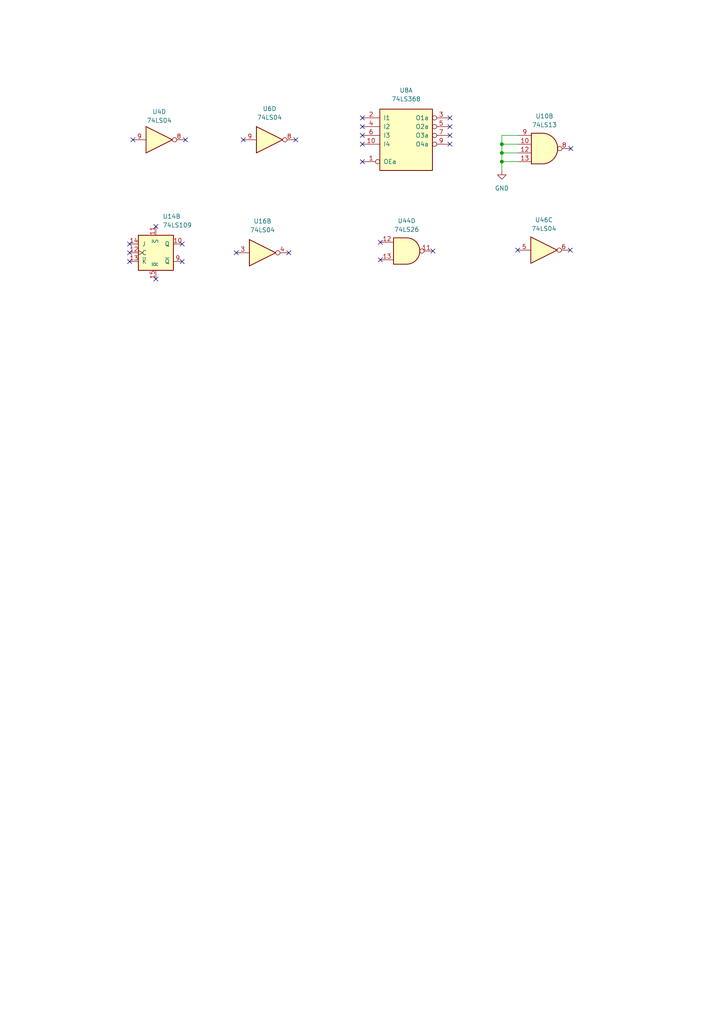
<source format=kicad_sch>
(kicad_sch (version 20230121) (generator eeschema)

  (uuid b46cd2f2-2f6c-4842-bc6d-0e2b94293a43)

  (paper "A4" portrait)

  (title_block
    (title "MTU K-1008 Visable Memory card replica")
    (comment 1 "Original 9/4/77 Hal Chamberlin")
    (comment 4 "KiCad version and corrections 2023 Eduardo Casino")
  )

  (lib_symbols
    (symbol "74xx:74LS04" (in_bom yes) (on_board yes)
      (property "Reference" "U" (at 0 1.27 0)
        (effects (font (size 1.27 1.27)))
      )
      (property "Value" "74LS04" (at 0 -1.27 0)
        (effects (font (size 1.27 1.27)))
      )
      (property "Footprint" "" (at 0 0 0)
        (effects (font (size 1.27 1.27)) hide)
      )
      (property "Datasheet" "http://www.ti.com/lit/gpn/sn74LS04" (at 0 0 0)
        (effects (font (size 1.27 1.27)) hide)
      )
      (property "ki_locked" "" (at 0 0 0)
        (effects (font (size 1.27 1.27)))
      )
      (property "ki_keywords" "TTL not inv" (at 0 0 0)
        (effects (font (size 1.27 1.27)) hide)
      )
      (property "ki_description" "Hex Inverter" (at 0 0 0)
        (effects (font (size 1.27 1.27)) hide)
      )
      (property "ki_fp_filters" "DIP*W7.62mm* SSOP?14* TSSOP?14*" (at 0 0 0)
        (effects (font (size 1.27 1.27)) hide)
      )
      (symbol "74LS04_1_0"
        (polyline
          (pts
            (xy -3.81 3.81)
            (xy -3.81 -3.81)
            (xy 3.81 0)
            (xy -3.81 3.81)
          )
          (stroke (width 0.254) (type default))
          (fill (type background))
        )
        (pin input line (at -7.62 0 0) (length 3.81)
          (name "~" (effects (font (size 1.27 1.27))))
          (number "1" (effects (font (size 1.27 1.27))))
        )
        (pin output inverted (at 7.62 0 180) (length 3.81)
          (name "~" (effects (font (size 1.27 1.27))))
          (number "2" (effects (font (size 1.27 1.27))))
        )
      )
      (symbol "74LS04_2_0"
        (polyline
          (pts
            (xy -3.81 3.81)
            (xy -3.81 -3.81)
            (xy 3.81 0)
            (xy -3.81 3.81)
          )
          (stroke (width 0.254) (type default))
          (fill (type background))
        )
        (pin input line (at -7.62 0 0) (length 3.81)
          (name "~" (effects (font (size 1.27 1.27))))
          (number "3" (effects (font (size 1.27 1.27))))
        )
        (pin output inverted (at 7.62 0 180) (length 3.81)
          (name "~" (effects (font (size 1.27 1.27))))
          (number "4" (effects (font (size 1.27 1.27))))
        )
      )
      (symbol "74LS04_3_0"
        (polyline
          (pts
            (xy -3.81 3.81)
            (xy -3.81 -3.81)
            (xy 3.81 0)
            (xy -3.81 3.81)
          )
          (stroke (width 0.254) (type default))
          (fill (type background))
        )
        (pin input line (at -7.62 0 0) (length 3.81)
          (name "~" (effects (font (size 1.27 1.27))))
          (number "5" (effects (font (size 1.27 1.27))))
        )
        (pin output inverted (at 7.62 0 180) (length 3.81)
          (name "~" (effects (font (size 1.27 1.27))))
          (number "6" (effects (font (size 1.27 1.27))))
        )
      )
      (symbol "74LS04_4_0"
        (polyline
          (pts
            (xy -3.81 3.81)
            (xy -3.81 -3.81)
            (xy 3.81 0)
            (xy -3.81 3.81)
          )
          (stroke (width 0.254) (type default))
          (fill (type background))
        )
        (pin output inverted (at 7.62 0 180) (length 3.81)
          (name "~" (effects (font (size 1.27 1.27))))
          (number "8" (effects (font (size 1.27 1.27))))
        )
        (pin input line (at -7.62 0 0) (length 3.81)
          (name "~" (effects (font (size 1.27 1.27))))
          (number "9" (effects (font (size 1.27 1.27))))
        )
      )
      (symbol "74LS04_5_0"
        (polyline
          (pts
            (xy -3.81 3.81)
            (xy -3.81 -3.81)
            (xy 3.81 0)
            (xy -3.81 3.81)
          )
          (stroke (width 0.254) (type default))
          (fill (type background))
        )
        (pin output inverted (at 7.62 0 180) (length 3.81)
          (name "~" (effects (font (size 1.27 1.27))))
          (number "10" (effects (font (size 1.27 1.27))))
        )
        (pin input line (at -7.62 0 0) (length 3.81)
          (name "~" (effects (font (size 1.27 1.27))))
          (number "11" (effects (font (size 1.27 1.27))))
        )
      )
      (symbol "74LS04_6_0"
        (polyline
          (pts
            (xy -3.81 3.81)
            (xy -3.81 -3.81)
            (xy 3.81 0)
            (xy -3.81 3.81)
          )
          (stroke (width 0.254) (type default))
          (fill (type background))
        )
        (pin output inverted (at 7.62 0 180) (length 3.81)
          (name "~" (effects (font (size 1.27 1.27))))
          (number "12" (effects (font (size 1.27 1.27))))
        )
        (pin input line (at -7.62 0 0) (length 3.81)
          (name "~" (effects (font (size 1.27 1.27))))
          (number "13" (effects (font (size 1.27 1.27))))
        )
      )
      (symbol "74LS04_7_0"
        (pin power_in line (at 0 12.7 270) (length 5.08)
          (name "VCC" (effects (font (size 1.27 1.27))))
          (number "14" (effects (font (size 1.27 1.27))))
        )
        (pin power_in line (at 0 -12.7 90) (length 5.08)
          (name "GND" (effects (font (size 1.27 1.27))))
          (number "7" (effects (font (size 1.27 1.27))))
        )
      )
      (symbol "74LS04_7_1"
        (rectangle (start -5.08 7.62) (end 5.08 -7.62)
          (stroke (width 0.254) (type default))
          (fill (type background))
        )
      )
    )
    (symbol "74xx:74LS109" (pin_names (offset 1.016)) (in_bom yes) (on_board yes)
      (property "Reference" "U" (at -7.62 8.89 0)
        (effects (font (size 1.27 1.27)))
      )
      (property "Value" "74LS109" (at -7.62 -8.89 0)
        (effects (font (size 1.27 1.27)))
      )
      (property "Footprint" "" (at 0 0 0)
        (effects (font (size 1.27 1.27)) hide)
      )
      (property "Datasheet" "http://www.ti.com/lit/gpn/sn74LS109" (at 0 0 0)
        (effects (font (size 1.27 1.27)) hide)
      )
      (property "ki_locked" "" (at 0 0 0)
        (effects (font (size 1.27 1.27)))
      )
      (property "ki_keywords" "TTL JK" (at 0 0 0)
        (effects (font (size 1.27 1.27)) hide)
      )
      (property "ki_description" "Dual JK Flip-Flop, Set & Reset" (at 0 0 0)
        (effects (font (size 1.27 1.27)) hide)
      )
      (property "ki_fp_filters" "DIP*W7.62mm*" (at 0 0 0)
        (effects (font (size 1.27 1.27)) hide)
      )
      (symbol "74LS109_1_0"
        (pin input line (at 0 -7.62 90) (length 2.54)
          (name "~{R}" (effects (font (size 1.27 1.27))))
          (number "1" (effects (font (size 1.27 1.27))))
        )
        (pin input line (at -7.62 2.54 0) (length 2.54)
          (name "J" (effects (font (size 1.27 1.27))))
          (number "2" (effects (font (size 1.27 1.27))))
        )
        (pin input line (at -7.62 -2.54 0) (length 2.54)
          (name "~{K}" (effects (font (size 1.27 1.27))))
          (number "3" (effects (font (size 1.27 1.27))))
        )
        (pin input clock (at -7.62 0 0) (length 2.54)
          (name "C" (effects (font (size 1.27 1.27))))
          (number "4" (effects (font (size 1.27 1.27))))
        )
        (pin input line (at 0 7.62 270) (length 2.54)
          (name "~{S}" (effects (font (size 1.27 1.27))))
          (number "5" (effects (font (size 1.27 1.27))))
        )
        (pin output line (at 7.62 2.54 180) (length 2.54)
          (name "Q" (effects (font (size 1.27 1.27))))
          (number "6" (effects (font (size 1.27 1.27))))
        )
        (pin output line (at 7.62 -2.54 180) (length 2.54)
          (name "~{Q}" (effects (font (size 1.27 1.27))))
          (number "7" (effects (font (size 1.27 1.27))))
        )
      )
      (symbol "74LS109_1_1"
        (rectangle (start -5.08 5.08) (end 5.08 -5.08)
          (stroke (width 0.254) (type default))
          (fill (type background))
        )
      )
      (symbol "74LS109_2_0"
        (pin output line (at 7.62 2.54 180) (length 2.54)
          (name "Q" (effects (font (size 1.27 1.27))))
          (number "10" (effects (font (size 1.27 1.27))))
        )
        (pin input line (at 0 7.62 270) (length 2.54)
          (name "~{S}" (effects (font (size 1.27 1.27))))
          (number "11" (effects (font (size 1.27 1.27))))
        )
        (pin input clock (at -7.62 0 0) (length 2.54)
          (name "C" (effects (font (size 1.27 1.27))))
          (number "12" (effects (font (size 1.27 1.27))))
        )
        (pin input line (at -7.62 -2.54 0) (length 2.54)
          (name "~{K}" (effects (font (size 1.27 1.27))))
          (number "13" (effects (font (size 1.27 1.27))))
        )
        (pin input line (at -7.62 2.54 0) (length 2.54)
          (name "J" (effects (font (size 1.27 1.27))))
          (number "14" (effects (font (size 1.27 1.27))))
        )
        (pin input line (at 0 -7.62 90) (length 2.54)
          (name "~{R}" (effects (font (size 1.27 1.27))))
          (number "15" (effects (font (size 1.27 1.27))))
        )
        (pin output line (at 7.62 -2.54 180) (length 2.54)
          (name "~{Q}" (effects (font (size 1.27 1.27))))
          (number "9" (effects (font (size 1.27 1.27))))
        )
      )
      (symbol "74LS109_2_1"
        (rectangle (start -5.08 5.08) (end 5.08 -5.08)
          (stroke (width 0.254) (type default))
          (fill (type background))
        )
      )
      (symbol "74LS109_3_0"
        (pin power_in line (at 0 10.16 270) (length 2.54)
          (name "VCC" (effects (font (size 1.27 1.27))))
          (number "16" (effects (font (size 1.27 1.27))))
        )
        (pin power_in line (at 0 -10.16 90) (length 2.54)
          (name "GND" (effects (font (size 1.27 1.27))))
          (number "8" (effects (font (size 1.27 1.27))))
        )
      )
      (symbol "74LS109_3_1"
        (rectangle (start -5.08 7.62) (end 5.08 -7.62)
          (stroke (width 0.254) (type default))
          (fill (type background))
        )
      )
    )
    (symbol "74xx:74LS26" (pin_names (offset 1.016)) (in_bom yes) (on_board yes)
      (property "Reference" "U" (at 0 1.27 0)
        (effects (font (size 1.27 1.27)))
      )
      (property "Value" "74LS26" (at 0 -1.27 0)
        (effects (font (size 1.27 1.27)))
      )
      (property "Footprint" "" (at 0 0 0)
        (effects (font (size 1.27 1.27)) hide)
      )
      (property "Datasheet" "http://www.ti.com/lit/gpn/sn74LS26" (at 0 0 0)
        (effects (font (size 1.27 1.27)) hide)
      )
      (property "ki_locked" "" (at 0 0 0)
        (effects (font (size 1.27 1.27)))
      )
      (property "ki_keywords" "TTL Nand2 OpenCol" (at 0 0 0)
        (effects (font (size 1.27 1.27)) hide)
      )
      (property "ki_description" "Quad 2-input NAND Open collector" (at 0 0 0)
        (effects (font (size 1.27 1.27)) hide)
      )
      (property "ki_fp_filters" "DIP*W7.62mm*" (at 0 0 0)
        (effects (font (size 1.27 1.27)) hide)
      )
      (symbol "74LS26_1_1"
        (arc (start 0 -3.81) (mid 3.7934 0) (end 0 3.81)
          (stroke (width 0.254) (type default))
          (fill (type background))
        )
        (polyline
          (pts
            (xy 0 3.81)
            (xy -3.81 3.81)
            (xy -3.81 -3.81)
            (xy 0 -3.81)
          )
          (stroke (width 0.254) (type default))
          (fill (type background))
        )
        (pin input line (at -7.62 2.54 0) (length 3.81)
          (name "~" (effects (font (size 1.27 1.27))))
          (number "1" (effects (font (size 1.27 1.27))))
        )
        (pin input line (at -7.62 -2.54 0) (length 3.81)
          (name "~" (effects (font (size 1.27 1.27))))
          (number "2" (effects (font (size 1.27 1.27))))
        )
        (pin open_collector inverted (at 7.62 0 180) (length 3.81)
          (name "~" (effects (font (size 1.27 1.27))))
          (number "3" (effects (font (size 1.27 1.27))))
        )
      )
      (symbol "74LS26_1_2"
        (arc (start -3.81 -3.81) (mid -2.589 0) (end -3.81 3.81)
          (stroke (width 0.254) (type default))
          (fill (type none))
        )
        (arc (start -0.6096 -3.81) (mid 2.1842 -2.5851) (end 3.81 0)
          (stroke (width 0.254) (type default))
          (fill (type background))
        )
        (polyline
          (pts
            (xy -3.81 -3.81)
            (xy -0.635 -3.81)
          )
          (stroke (width 0.254) (type default))
          (fill (type background))
        )
        (polyline
          (pts
            (xy -3.81 3.81)
            (xy -0.635 3.81)
          )
          (stroke (width 0.254) (type default))
          (fill (type background))
        )
        (polyline
          (pts
            (xy -0.635 3.81)
            (xy -3.81 3.81)
            (xy -3.81 3.81)
            (xy -3.556 3.4036)
            (xy -3.0226 2.2606)
            (xy -2.6924 1.0414)
            (xy -2.6162 -0.254)
            (xy -2.7686 -1.4986)
            (xy -3.175 -2.7178)
            (xy -3.81 -3.81)
            (xy -3.81 -3.81)
            (xy -0.635 -3.81)
          )
          (stroke (width -25.4) (type default))
          (fill (type background))
        )
        (arc (start 3.81 0) (mid 2.1915 2.5936) (end -0.6096 3.81)
          (stroke (width 0.254) (type default))
          (fill (type background))
        )
        (pin input inverted (at -7.62 2.54 0) (length 4.318)
          (name "~" (effects (font (size 1.27 1.27))))
          (number "1" (effects (font (size 1.27 1.27))))
        )
        (pin input inverted (at -7.62 -2.54 0) (length 4.318)
          (name "~" (effects (font (size 1.27 1.27))))
          (number "2" (effects (font (size 1.27 1.27))))
        )
        (pin open_collector line (at 7.62 0 180) (length 3.81)
          (name "~" (effects (font (size 1.27 1.27))))
          (number "3" (effects (font (size 1.27 1.27))))
        )
      )
      (symbol "74LS26_2_1"
        (arc (start 0 -3.81) (mid 3.7934 0) (end 0 3.81)
          (stroke (width 0.254) (type default))
          (fill (type background))
        )
        (polyline
          (pts
            (xy 0 3.81)
            (xy -3.81 3.81)
            (xy -3.81 -3.81)
            (xy 0 -3.81)
          )
          (stroke (width 0.254) (type default))
          (fill (type background))
        )
        (pin input line (at -7.62 2.54 0) (length 3.81)
          (name "~" (effects (font (size 1.27 1.27))))
          (number "4" (effects (font (size 1.27 1.27))))
        )
        (pin input line (at -7.62 -2.54 0) (length 3.81)
          (name "~" (effects (font (size 1.27 1.27))))
          (number "5" (effects (font (size 1.27 1.27))))
        )
        (pin open_collector inverted (at 7.62 0 180) (length 3.81)
          (name "~" (effects (font (size 1.27 1.27))))
          (number "6" (effects (font (size 1.27 1.27))))
        )
      )
      (symbol "74LS26_2_2"
        (arc (start -3.81 -3.81) (mid -2.589 0) (end -3.81 3.81)
          (stroke (width 0.254) (type default))
          (fill (type none))
        )
        (arc (start -0.6096 -3.81) (mid 2.1842 -2.5851) (end 3.81 0)
          (stroke (width 0.254) (type default))
          (fill (type background))
        )
        (polyline
          (pts
            (xy -3.81 -3.81)
            (xy -0.635 -3.81)
          )
          (stroke (width 0.254) (type default))
          (fill (type background))
        )
        (polyline
          (pts
            (xy -3.81 3.81)
            (xy -0.635 3.81)
          )
          (stroke (width 0.254) (type default))
          (fill (type background))
        )
        (polyline
          (pts
            (xy -0.635 3.81)
            (xy -3.81 3.81)
            (xy -3.81 3.81)
            (xy -3.556 3.4036)
            (xy -3.0226 2.2606)
            (xy -2.6924 1.0414)
            (xy -2.6162 -0.254)
            (xy -2.7686 -1.4986)
            (xy -3.175 -2.7178)
            (xy -3.81 -3.81)
            (xy -3.81 -3.81)
            (xy -0.635 -3.81)
          )
          (stroke (width -25.4) (type default))
          (fill (type background))
        )
        (arc (start 3.81 0) (mid 2.1915 2.5936) (end -0.6096 3.81)
          (stroke (width 0.254) (type default))
          (fill (type background))
        )
        (pin input inverted (at -7.62 2.54 0) (length 4.318)
          (name "~" (effects (font (size 1.27 1.27))))
          (number "4" (effects (font (size 1.27 1.27))))
        )
        (pin input inverted (at -7.62 -2.54 0) (length 4.318)
          (name "~" (effects (font (size 1.27 1.27))))
          (number "5" (effects (font (size 1.27 1.27))))
        )
        (pin open_collector line (at 7.62 0 180) (length 3.81)
          (name "~" (effects (font (size 1.27 1.27))))
          (number "6" (effects (font (size 1.27 1.27))))
        )
      )
      (symbol "74LS26_3_1"
        (arc (start 0 -3.81) (mid 3.7934 0) (end 0 3.81)
          (stroke (width 0.254) (type default))
          (fill (type background))
        )
        (polyline
          (pts
            (xy 0 3.81)
            (xy -3.81 3.81)
            (xy -3.81 -3.81)
            (xy 0 -3.81)
          )
          (stroke (width 0.254) (type default))
          (fill (type background))
        )
        (pin input line (at -7.62 -2.54 0) (length 3.81)
          (name "~" (effects (font (size 1.27 1.27))))
          (number "10" (effects (font (size 1.27 1.27))))
        )
        (pin open_collector inverted (at 7.62 0 180) (length 3.81)
          (name "~" (effects (font (size 1.27 1.27))))
          (number "8" (effects (font (size 1.27 1.27))))
        )
        (pin input line (at -7.62 2.54 0) (length 3.81)
          (name "~" (effects (font (size 1.27 1.27))))
          (number "9" (effects (font (size 1.27 1.27))))
        )
      )
      (symbol "74LS26_3_2"
        (arc (start -3.81 -3.81) (mid -2.589 0) (end -3.81 3.81)
          (stroke (width 0.254) (type default))
          (fill (type none))
        )
        (arc (start -0.6096 -3.81) (mid 2.1842 -2.5851) (end 3.81 0)
          (stroke (width 0.254) (type default))
          (fill (type background))
        )
        (polyline
          (pts
            (xy -3.81 -3.81)
            (xy -0.635 -3.81)
          )
          (stroke (width 0.254) (type default))
          (fill (type background))
        )
        (polyline
          (pts
            (xy -3.81 3.81)
            (xy -0.635 3.81)
          )
          (stroke (width 0.254) (type default))
          (fill (type background))
        )
        (polyline
          (pts
            (xy -0.635 3.81)
            (xy -3.81 3.81)
            (xy -3.81 3.81)
            (xy -3.556 3.4036)
            (xy -3.0226 2.2606)
            (xy -2.6924 1.0414)
            (xy -2.6162 -0.254)
            (xy -2.7686 -1.4986)
            (xy -3.175 -2.7178)
            (xy -3.81 -3.81)
            (xy -3.81 -3.81)
            (xy -0.635 -3.81)
          )
          (stroke (width -25.4) (type default))
          (fill (type background))
        )
        (arc (start 3.81 0) (mid 2.1915 2.5936) (end -0.6096 3.81)
          (stroke (width 0.254) (type default))
          (fill (type background))
        )
        (pin input inverted (at -7.62 -2.54 0) (length 4.318)
          (name "~" (effects (font (size 1.27 1.27))))
          (number "10" (effects (font (size 1.27 1.27))))
        )
        (pin open_collector line (at 7.62 0 180) (length 3.81)
          (name "~" (effects (font (size 1.27 1.27))))
          (number "8" (effects (font (size 1.27 1.27))))
        )
        (pin input inverted (at -7.62 2.54 0) (length 4.318)
          (name "~" (effects (font (size 1.27 1.27))))
          (number "9" (effects (font (size 1.27 1.27))))
        )
      )
      (symbol "74LS26_4_1"
        (arc (start 0 -3.81) (mid 3.7934 0) (end 0 3.81)
          (stroke (width 0.254) (type default))
          (fill (type background))
        )
        (polyline
          (pts
            (xy 0 3.81)
            (xy -3.81 3.81)
            (xy -3.81 -3.81)
            (xy 0 -3.81)
          )
          (stroke (width 0.254) (type default))
          (fill (type background))
        )
        (pin open_collector inverted (at 7.62 0 180) (length 3.81)
          (name "~" (effects (font (size 1.27 1.27))))
          (number "11" (effects (font (size 1.27 1.27))))
        )
        (pin input line (at -7.62 2.54 0) (length 3.81)
          (name "~" (effects (font (size 1.27 1.27))))
          (number "12" (effects (font (size 1.27 1.27))))
        )
        (pin input line (at -7.62 -2.54 0) (length 3.81)
          (name "~" (effects (font (size 1.27 1.27))))
          (number "13" (effects (font (size 1.27 1.27))))
        )
      )
      (symbol "74LS26_4_2"
        (arc (start -3.81 -3.81) (mid -2.589 0) (end -3.81 3.81)
          (stroke (width 0.254) (type default))
          (fill (type none))
        )
        (arc (start -0.6096 -3.81) (mid 2.1842 -2.5851) (end 3.81 0)
          (stroke (width 0.254) (type default))
          (fill (type background))
        )
        (polyline
          (pts
            (xy -3.81 -3.81)
            (xy -0.635 -3.81)
          )
          (stroke (width 0.254) (type default))
          (fill (type background))
        )
        (polyline
          (pts
            (xy -3.81 3.81)
            (xy -0.635 3.81)
          )
          (stroke (width 0.254) (type default))
          (fill (type background))
        )
        (polyline
          (pts
            (xy -0.635 3.81)
            (xy -3.81 3.81)
            (xy -3.81 3.81)
            (xy -3.556 3.4036)
            (xy -3.0226 2.2606)
            (xy -2.6924 1.0414)
            (xy -2.6162 -0.254)
            (xy -2.7686 -1.4986)
            (xy -3.175 -2.7178)
            (xy -3.81 -3.81)
            (xy -3.81 -3.81)
            (xy -0.635 -3.81)
          )
          (stroke (width -25.4) (type default))
          (fill (type background))
        )
        (arc (start 3.81 0) (mid 2.1915 2.5936) (end -0.6096 3.81)
          (stroke (width 0.254) (type default))
          (fill (type background))
        )
        (pin open_collector line (at 7.62 0 180) (length 3.81)
          (name "~" (effects (font (size 1.27 1.27))))
          (number "11" (effects (font (size 1.27 1.27))))
        )
        (pin input inverted (at -7.62 2.54 0) (length 4.318)
          (name "~" (effects (font (size 1.27 1.27))))
          (number "12" (effects (font (size 1.27 1.27))))
        )
        (pin input inverted (at -7.62 -2.54 0) (length 4.318)
          (name "~" (effects (font (size 1.27 1.27))))
          (number "13" (effects (font (size 1.27 1.27))))
        )
      )
      (symbol "74LS26_5_0"
        (pin power_in line (at 0 12.7 270) (length 5.08)
          (name "VCC" (effects (font (size 1.27 1.27))))
          (number "14" (effects (font (size 1.27 1.27))))
        )
        (pin power_in line (at 0 -12.7 90) (length 5.08)
          (name "GND" (effects (font (size 1.27 1.27))))
          (number "7" (effects (font (size 1.27 1.27))))
        )
      )
      (symbol "74LS26_5_1"
        (rectangle (start -5.08 7.62) (end 5.08 -7.62)
          (stroke (width 0.254) (type default))
          (fill (type background))
        )
      )
    )
    (symbol "K-1008_Library:74LS13" (pin_names (offset 1.016)) (in_bom yes) (on_board yes)
      (property "Reference" "U" (at 0 1.27 0)
        (effects (font (size 1.27 1.27)))
      )
      (property "Value" "74LS13" (at 0 -1.27 0)
        (effects (font (size 1.27 1.27)))
      )
      (property "Footprint" "" (at 0 0 0)
        (effects (font (size 1.27 1.27)) hide)
      )
      (property "Datasheet" "http://www.ti.com/lit/gpn/sn74LS13" (at 0 0 0)
        (effects (font (size 1.27 1.27)) hide)
      )
      (property "ki_locked" "" (at 0 0 0)
        (effects (font (size 1.27 1.27)))
      )
      (property "ki_keywords" "TTL Nand4" (at 0 0 0)
        (effects (font (size 1.27 1.27)) hide)
      )
      (property "ki_description" "Dual 4-input NAND Schmitt trigger" (at 0 0 0)
        (effects (font (size 1.27 1.27)) hide)
      )
      (property "ki_fp_filters" "DIP*W7.62mm*" (at 0 0 0)
        (effects (font (size 1.27 1.27)) hide)
      )
      (symbol "74LS13_1_1"
        (arc (start -0.635 -4.445) (mid 3.7907 0) (end -0.635 4.445)
          (stroke (width 0.254) (type default))
          (fill (type background))
        )
        (polyline
          (pts
            (xy -0.635 4.445)
            (xy -3.81 4.445)
            (xy -3.81 -4.445)
            (xy -0.635 -4.445)
          )
          (stroke (width 0.254) (type default))
          (fill (type background))
        )
        (pin input line (at -7.62 3.81 0) (length 3.81)
          (name "~" (effects (font (size 1.27 1.27))))
          (number "1" (effects (font (size 1.27 1.27))))
        )
        (pin input line (at -7.62 1.27 0) (length 3.81)
          (name "~" (effects (font (size 1.27 1.27))))
          (number "2" (effects (font (size 1.27 1.27))))
        )
        (pin input line (at -7.62 -1.27 0) (length 3.81)
          (name "~" (effects (font (size 1.27 1.27))))
          (number "4" (effects (font (size 1.27 1.27))))
        )
        (pin input line (at -7.62 -3.81 0) (length 3.81)
          (name "~" (effects (font (size 1.27 1.27))))
          (number "5" (effects (font (size 1.27 1.27))))
        )
        (pin output inverted (at 7.62 0 180) (length 3.81)
          (name "~" (effects (font (size 1.27 1.27))))
          (number "6" (effects (font (size 1.27 1.27))))
        )
      )
      (symbol "74LS13_1_2"
        (arc (start -3.81 -4.445) (mid -2.5908 0) (end -3.81 4.445)
          (stroke (width 0.254) (type default))
          (fill (type none))
        )
        (arc (start -0.6096 -4.445) (mid 2.2246 -2.8422) (end 3.81 0)
          (stroke (width 0.254) (type default))
          (fill (type background))
        )
        (polyline
          (pts
            (xy -3.81 -4.445)
            (xy -0.635 -4.445)
          )
          (stroke (width 0.254) (type default))
          (fill (type background))
        )
        (polyline
          (pts
            (xy -3.81 4.445)
            (xy -0.635 4.445)
          )
          (stroke (width 0.254) (type default))
          (fill (type background))
        )
        (polyline
          (pts
            (xy -0.635 4.445)
            (xy -3.81 4.445)
            (xy -3.81 4.445)
            (xy -3.6322 4.0894)
            (xy -3.0988 2.921)
            (xy -2.7686 1.6764)
            (xy -2.6162 0.4318)
            (xy -2.6416 -0.8636)
            (xy -2.8702 -2.1082)
            (xy -3.2512 -3.3274)
            (xy -3.81 -4.445)
            (xy -3.81 -4.445)
            (xy -0.635 -4.445)
          )
          (stroke (width -25.4) (type default))
          (fill (type background))
        )
        (arc (start 3.81 0) (mid 2.2204 2.8379) (end -0.6096 4.445)
          (stroke (width 0.254) (type default))
          (fill (type background))
        )
        (pin input inverted (at -7.62 3.81 0) (length 3.81)
          (name "~" (effects (font (size 1.27 1.27))))
          (number "1" (effects (font (size 1.27 1.27))))
        )
        (pin input inverted (at -7.62 1.27 0) (length 4.826)
          (name "~" (effects (font (size 1.27 1.27))))
          (number "2" (effects (font (size 1.27 1.27))))
        )
        (pin input inverted (at -7.62 -1.27 0) (length 4.826)
          (name "~" (effects (font (size 1.27 1.27))))
          (number "4" (effects (font (size 1.27 1.27))))
        )
        (pin input inverted (at -7.62 -3.81 0) (length 3.81)
          (name "~" (effects (font (size 1.27 1.27))))
          (number "5" (effects (font (size 1.27 1.27))))
        )
        (pin output line (at 7.62 0 180) (length 3.81)
          (name "~" (effects (font (size 1.27 1.27))))
          (number "6" (effects (font (size 1.27 1.27))))
        )
      )
      (symbol "74LS13_2_1"
        (arc (start -0.635 -4.445) (mid 3.7907 0) (end -0.635 4.445)
          (stroke (width 0.254) (type default))
          (fill (type background))
        )
        (polyline
          (pts
            (xy -0.635 4.445)
            (xy -3.81 4.445)
            (xy -3.81 -4.445)
            (xy -0.635 -4.445)
          )
          (stroke (width 0.254) (type default))
          (fill (type background))
        )
        (pin input line (at -7.62 1.27 0) (length 3.81)
          (name "~" (effects (font (size 1.27 1.27))))
          (number "10" (effects (font (size 1.27 1.27))))
        )
        (pin input line (at -7.62 -1.27 0) (length 3.81)
          (name "~" (effects (font (size 1.27 1.27))))
          (number "12" (effects (font (size 1.27 1.27))))
        )
        (pin input line (at -7.62 -3.81 0) (length 3.81)
          (name "~" (effects (font (size 1.27 1.27))))
          (number "13" (effects (font (size 1.27 1.27))))
        )
        (pin output inverted (at 7.62 0 180) (length 3.81)
          (name "~" (effects (font (size 1.27 1.27))))
          (number "8" (effects (font (size 1.27 1.27))))
        )
        (pin input line (at -7.62 3.81 0) (length 3.81)
          (name "~" (effects (font (size 1.27 1.27))))
          (number "9" (effects (font (size 1.27 1.27))))
        )
      )
      (symbol "74LS13_2_2"
        (arc (start -3.81 -4.445) (mid -2.5908 0) (end -3.81 4.445)
          (stroke (width 0.254) (type default))
          (fill (type none))
        )
        (arc (start -0.6096 -4.445) (mid 2.2246 -2.8422) (end 3.81 0)
          (stroke (width 0.254) (type default))
          (fill (type background))
        )
        (polyline
          (pts
            (xy -3.81 -4.445)
            (xy -0.635 -4.445)
          )
          (stroke (width 0.254) (type default))
          (fill (type background))
        )
        (polyline
          (pts
            (xy -3.81 4.445)
            (xy -0.635 4.445)
          )
          (stroke (width 0.254) (type default))
          (fill (type background))
        )
        (polyline
          (pts
            (xy -0.635 4.445)
            (xy -3.81 4.445)
            (xy -3.81 4.445)
            (xy -3.6322 4.0894)
            (xy -3.0988 2.921)
            (xy -2.7686 1.6764)
            (xy -2.6162 0.4318)
            (xy -2.6416 -0.8636)
            (xy -2.8702 -2.1082)
            (xy -3.2512 -3.3274)
            (xy -3.81 -4.445)
            (xy -3.81 -4.445)
            (xy -0.635 -4.445)
          )
          (stroke (width -25.4) (type default))
          (fill (type background))
        )
        (arc (start 3.81 0) (mid 2.2204 2.8379) (end -0.6096 4.445)
          (stroke (width 0.254) (type default))
          (fill (type background))
        )
        (pin input inverted (at -7.62 1.27 0) (length 4.826)
          (name "~" (effects (font (size 1.27 1.27))))
          (number "10" (effects (font (size 1.27 1.27))))
        )
        (pin input inverted (at -7.62 -1.27 0) (length 4.826)
          (name "~" (effects (font (size 1.27 1.27))))
          (number "12" (effects (font (size 1.27 1.27))))
        )
        (pin input inverted (at -7.62 -3.81 0) (length 3.81)
          (name "~" (effects (font (size 1.27 1.27))))
          (number "13" (effects (font (size 1.27 1.27))))
        )
        (pin output line (at 7.62 0 180) (length 3.81)
          (name "~" (effects (font (size 1.27 1.27))))
          (number "8" (effects (font (size 1.27 1.27))))
        )
        (pin input inverted (at -7.62 3.81 0) (length 3.81)
          (name "~" (effects (font (size 1.27 1.27))))
          (number "9" (effects (font (size 1.27 1.27))))
        )
      )
      (symbol "74LS13_3_0"
        (pin power_in line (at 0 12.7 270) (length 5.08)
          (name "VCC" (effects (font (size 1.27 1.27))))
          (number "14" (effects (font (size 1.27 1.27))))
        )
        (pin power_in line (at 0 -12.7 90) (length 5.08)
          (name "GND" (effects (font (size 1.27 1.27))))
          (number "7" (effects (font (size 1.27 1.27))))
        )
      )
      (symbol "74LS13_3_1"
        (rectangle (start -5.08 7.62) (end 5.08 -7.62)
          (stroke (width 0.254) (type default))
          (fill (type background))
        )
      )
      (symbol "74LS13_4_0"
        (pin passive line (at 8.636 -2.54 180) (length 5.08)
          (name "N/C" (effects (font (size 1.27 1.27))))
          (number "11" (effects (font (size 1.27 1.27))))
        )
        (pin passive line (at 8.636 2.54 180) (length 5.08)
          (name "N/C" (effects (font (size 1.27 1.27))))
          (number "3" (effects (font (size 1.27 1.27))))
        )
      )
      (symbol "74LS13_4_1"
        (rectangle (start -3.556 4.318) (end 3.556 -4.572)
          (stroke (width 0.254) (type default))
          (fill (type background))
        )
      )
      (symbol "74LS13_4_2"
        (arc (start -3.81 -4.445) (mid -2.5908 0) (end -3.81 4.445)
          (stroke (width 0.254) (type default))
          (fill (type none))
        )
        (arc (start -0.6096 -4.445) (mid 2.2246 -2.8422) (end 3.81 0)
          (stroke (width 0.254) (type default))
          (fill (type background))
        )
        (polyline
          (pts
            (xy -3.81 -4.445)
            (xy -0.635 -4.445)
          )
          (stroke (width 0.254) (type default))
          (fill (type background))
        )
        (polyline
          (pts
            (xy -3.81 4.445)
            (xy -0.635 4.445)
          )
          (stroke (width 0.254) (type default))
          (fill (type background))
        )
        (polyline
          (pts
            (xy -0.635 4.445)
            (xy -3.81 4.445)
            (xy -3.81 4.445)
            (xy -3.6322 4.0894)
            (xy -3.0988 2.921)
            (xy -2.7686 1.6764)
            (xy -2.6162 0.4318)
            (xy -2.6416 -0.8636)
            (xy -2.8702 -2.1082)
            (xy -3.2512 -3.3274)
            (xy -3.81 -4.445)
            (xy -3.81 -4.445)
            (xy -0.635 -4.445)
          )
          (stroke (width -25.4) (type default))
          (fill (type background))
        )
        (arc (start 3.81 0) (mid 2.2204 2.8379) (end -0.6096 4.445)
          (stroke (width 0.254) (type default))
          (fill (type background))
        )
        (pin input inverted (at -7.62 3.81 0) (length 3.81)
          (name "~" (effects (font (size 1.27 1.27))))
          (number "1" (effects (font (size 1.27 1.27))))
        )
        (pin input inverted (at -7.62 1.27 0) (length 4.826)
          (name "~" (effects (font (size 1.27 1.27))))
          (number "2" (effects (font (size 1.27 1.27))))
        )
        (pin input inverted (at -7.62 -1.27 0) (length 4.826)
          (name "~" (effects (font (size 1.27 1.27))))
          (number "4" (effects (font (size 1.27 1.27))))
        )
        (pin input inverted (at -7.62 -3.81 0) (length 3.81)
          (name "~" (effects (font (size 1.27 1.27))))
          (number "5" (effects (font (size 1.27 1.27))))
        )
        (pin output line (at 7.62 0 180) (length 3.81)
          (name "~" (effects (font (size 1.27 1.27))))
          (number "6" (effects (font (size 1.27 1.27))))
        )
      )
    )
    (symbol "K-1008_Library:74LS368" (pin_names (offset 1.016)) (in_bom yes) (on_board yes)
      (property "Reference" "U" (at 0 0.762 0)
        (effects (font (size 1.27 1.27)))
      )
      (property "Value" "74LS368" (at 0 -1.27 0)
        (effects (font (size 1.27 1.27)))
      )
      (property "Footprint" "" (at 0 -5.842 0)
        (effects (font (size 1.27 1.27)) hide)
      )
      (property "Datasheet" "http://www.ti.com/lit/gpn/sn74LS368" (at 0 -0.762 0)
        (effects (font (size 1.27 1.27)) hide)
      )
      (property "ki_locked" "" (at 0 0 0)
        (effects (font (size 1.27 1.27)))
      )
      (property "ki_keywords" "TTL Buffer BUS 3State" (at 0 0 0)
        (effects (font (size 1.27 1.27)) hide)
      )
      (property "ki_description" "Hex Bus Driver inverter, 3-state outputs" (at 0 0 0)
        (effects (font (size 1.27 1.27)) hide)
      )
      (property "ki_fp_filters" "DIP?16*" (at 0 0 0)
        (effects (font (size 1.27 1.27)) hide)
      )
      (symbol "74LS368_1_0"
        (pin input inverted (at -12.7 -6.35 0) (length 5.08)
          (name "OEa" (effects (font (size 1.27 1.27))))
          (number "1" (effects (font (size 1.27 1.27))))
        )
        (pin input line (at -12.7 -1.27 0) (length 5.08)
          (name "I4" (effects (font (size 1.27 1.27))))
          (number "10" (effects (font (size 1.27 1.27))))
        )
        (pin input line (at -12.7 6.35 0) (length 5.08)
          (name "I1" (effects (font (size 1.27 1.27))))
          (number "2" (effects (font (size 1.27 1.27))))
        )
        (pin tri_state inverted (at 12.7 6.35 180) (length 5.08)
          (name "O1a" (effects (font (size 1.27 1.27))))
          (number "3" (effects (font (size 1.27 1.27))))
        )
        (pin input line (at -12.7 3.81 0) (length 5.08)
          (name "I2" (effects (font (size 1.27 1.27))))
          (number "4" (effects (font (size 1.27 1.27))))
        )
        (pin tri_state inverted (at 12.7 3.81 180) (length 5.08)
          (name "O2a" (effects (font (size 1.27 1.27))))
          (number "5" (effects (font (size 1.27 1.27))))
        )
        (pin input line (at -12.7 1.27 0) (length 5.08)
          (name "I3" (effects (font (size 1.27 1.27))))
          (number "6" (effects (font (size 1.27 1.27))))
        )
        (pin tri_state inverted (at 12.7 1.27 180) (length 5.08)
          (name "O3a" (effects (font (size 1.27 1.27))))
          (number "7" (effects (font (size 1.27 1.27))))
        )
        (pin tri_state inverted (at 12.7 -1.27 180) (length 5.08)
          (name "O4a" (effects (font (size 1.27 1.27))))
          (number "9" (effects (font (size 1.27 1.27))))
        )
      )
      (symbol "74LS368_1_1"
        (rectangle (start -7.62 8.89) (end 7.62 -8.89)
          (stroke (width 0.254) (type default))
          (fill (type background))
        )
      )
      (symbol "74LS368_2_0"
        (pin tri_state inverted (at 10.16 3.81 180) (length 5.08)
          (name "O5b" (effects (font (size 1.27 1.27))))
          (number "11" (effects (font (size 1.27 1.27))))
        )
        (pin input line (at -10.16 3.81 0) (length 5.08)
          (name "I5" (effects (font (size 1.27 1.27))))
          (number "12" (effects (font (size 1.27 1.27))))
        )
        (pin tri_state inverted (at 10.16 1.27 180) (length 5.08)
          (name "O6b" (effects (font (size 1.27 1.27))))
          (number "13" (effects (font (size 1.27 1.27))))
        )
        (pin input line (at -10.16 1.27 0) (length 5.08)
          (name "I6" (effects (font (size 1.27 1.27))))
          (number "14" (effects (font (size 1.27 1.27))))
        )
        (pin input inverted (at -10.16 -3.81 0) (length 5.08)
          (name "OEb" (effects (font (size 1.27 1.27))))
          (number "15" (effects (font (size 1.27 1.27))))
        )
      )
      (symbol "74LS368_2_1"
        (rectangle (start -5.08 6.35) (end 5.08 -6.35)
          (stroke (width 0.254) (type default))
          (fill (type background))
        )
      )
      (symbol "74LS368_3_0"
        (pin power_in line (at 0 12.7 270) (length 5.08)
          (name "VCC" (effects (font (size 1.27 1.27))))
          (number "16" (effects (font (size 1.27 1.27))))
        )
        (pin power_in line (at 0 -12.7 90) (length 5.08)
          (name "GND" (effects (font (size 1.27 1.27))))
          (number "8" (effects (font (size 1.27 1.27))))
        )
      )
      (symbol "74LS368_3_1"
        (rectangle (start -5.08 7.62) (end 5.08 -7.62)
          (stroke (width 0.254) (type default))
          (fill (type background))
        )
      )
    )
    (symbol "power:GND" (power) (pin_names (offset 0)) (in_bom yes) (on_board yes)
      (property "Reference" "#PWR" (at 0 -6.35 0)
        (effects (font (size 1.27 1.27)) hide)
      )
      (property "Value" "GND" (at 0 -3.81 0)
        (effects (font (size 1.27 1.27)))
      )
      (property "Footprint" "" (at 0 0 0)
        (effects (font (size 1.27 1.27)) hide)
      )
      (property "Datasheet" "" (at 0 0 0)
        (effects (font (size 1.27 1.27)) hide)
      )
      (property "ki_keywords" "global power" (at 0 0 0)
        (effects (font (size 1.27 1.27)) hide)
      )
      (property "ki_description" "Power symbol creates a global label with name \"GND\" , ground" (at 0 0 0)
        (effects (font (size 1.27 1.27)) hide)
      )
      (symbol "GND_0_1"
        (polyline
          (pts
            (xy 0 0)
            (xy 0 -1.27)
            (xy 1.27 -1.27)
            (xy 0 -2.54)
            (xy -1.27 -1.27)
            (xy 0 -1.27)
          )
          (stroke (width 0) (type default))
          (fill (type none))
        )
      )
      (symbol "GND_1_1"
        (pin power_in line (at 0 0 270) (length 0) hide
          (name "GND" (effects (font (size 1.27 1.27))))
          (number "1" (effects (font (size 1.27 1.27))))
        )
      )
    )
  )

  (junction (at 145.5674 41.8084) (diameter 0) (color 0 0 0 0)
    (uuid 335bac4f-bf8c-418c-ba5e-1c25b3c56157)
  )
  (junction (at 145.5674 44.3484) (diameter 0) (color 0 0 0 0)
    (uuid 96a42479-2619-4087-b382-264db5bed1f2)
  )
  (junction (at 145.5674 46.8884) (diameter 0) (color 0 0 0 0)
    (uuid 982d4441-0997-4841-91ac-000fd1aef0f6)
  )

  (no_connect (at 52.832 75.8444) (uuid 0363c8bc-a609-4fd3-afb3-271c68d83207))
  (no_connect (at 105.1052 46.8884) (uuid 04323a27-4475-4a4f-abd6-af1624b8f2c9))
  (no_connect (at 53.7972 40.5384) (uuid 111bc2d6-b892-40c3-8c26-9779aaa5af36))
  (no_connect (at 70.5612 40.5384) (uuid 186f46f9-16ea-4682-b2f7-04c08e747b3c))
  (no_connect (at 83.7692 73.3044) (uuid 1fd54107-c66a-4cbf-8da2-f75b89728533))
  (no_connect (at 150.1648 72.5424) (uuid 303c7f73-fb19-44e9-bb0e-56f52dabdd53))
  (no_connect (at 45.212 80.9244) (uuid 4da8157b-a8dc-4bc9-bb98-f375148b1556))
  (no_connect (at 125.5776 72.7964) (uuid 6316443d-a57f-4269-bd19-586aebc03148))
  (no_connect (at 37.592 70.7644) (uuid 64d1b765-7750-4c46-b6cc-db46fea5b9f0))
  (no_connect (at 105.1052 34.1884) (uuid 66c8a446-2a2e-4206-a511-defbdb8892d4))
  (no_connect (at 37.592 73.3044) (uuid 684578d1-c654-489a-8f1e-5464f28e230a))
  (no_connect (at 38.5572 40.5384) (uuid 69c07f0d-042b-4228-8ac2-7f834fb006f9))
  (no_connect (at 165.4048 72.5424) (uuid 7d90fd99-817b-4cf9-a5ec-5f5d6ec0158c))
  (no_connect (at 105.1052 36.7284) (uuid 7f236302-a439-4cd2-a865-dd05f9ab39eb))
  (no_connect (at 130.5052 36.7284) (uuid 80bab573-aafb-407d-9a2a-1b1bc9ad7e72))
  (no_connect (at 68.5292 73.3044) (uuid 83a93aec-bad2-417d-a92d-b6426d23d539))
  (no_connect (at 85.8012 40.5384) (uuid 87c13f27-7524-4b4a-9bc9-a6eb040720ca))
  (no_connect (at 165.5572 43.0784) (uuid 9b9a5504-96bd-4204-a24e-a595f8fc53a4))
  (no_connect (at 130.5052 41.8084) (uuid 9c814795-cd45-4559-a57b-87375e67526e))
  (no_connect (at 52.832 70.7644) (uuid a0603a0c-2cb0-43bc-9946-99f4e0d0ff3c))
  (no_connect (at 105.1052 41.8084) (uuid a480430c-c176-48d8-ab1d-8198ec4cde23))
  (no_connect (at 130.5052 39.2684) (uuid a6bf503c-64a6-4861-ad5f-6f6f1c6ddc65))
  (no_connect (at 110.3376 75.3364) (uuid b38ac7e6-97ef-4ea6-a32e-0d74bb4062da))
  (no_connect (at 110.3376 70.2564) (uuid bc1521c3-a1e3-41be-8dd1-ed9bd69894a8))
  (no_connect (at 45.212 65.6844) (uuid bc1bdbc8-6780-44e5-9b52-23f6d0296a0e))
  (no_connect (at 130.5052 34.1884) (uuid c983a031-09e1-4134-a966-e5627c96a50e))
  (no_connect (at 105.1052 39.2684) (uuid d0078ac4-0bd2-46da-8fc9-9589434ccae7))
  (no_connect (at 37.592 75.8444) (uuid fb2815a8-8c0f-4979-8bd7-efbce7d36acb))

  (wire (pts (xy 145.5674 39.2684) (xy 145.5674 41.8084))
    (stroke (width 0) (type default))
    (uuid 352bd600-50be-4018-8131-85dd65ff488b)
  )
  (wire (pts (xy 145.5674 39.2684) (xy 150.3172 39.2684))
    (stroke (width 0) (type default))
    (uuid 61d7feae-6d70-4d08-b6c2-b2912d040da0)
  )
  (wire (pts (xy 145.5674 46.8884) (xy 150.3172 46.8884))
    (stroke (width 0) (type default))
    (uuid 89fb0caa-c29c-47f1-a1c0-67b83abb7e4d)
  )
  (wire (pts (xy 145.5674 44.3484) (xy 150.3172 44.3484))
    (stroke (width 0) (type default))
    (uuid 97762efa-ceff-41fb-8c9d-15e5e10eac02)
  )
  (wire (pts (xy 145.5674 41.8084) (xy 145.5674 44.3484))
    (stroke (width 0) (type default))
    (uuid 9d87ceff-b3de-4a75-b75b-903243e45587)
  )
  (wire (pts (xy 145.5674 44.3484) (xy 145.5674 46.8884))
    (stroke (width 0) (type default))
    (uuid cd1c3ee5-d604-4301-a2dc-f0371d3ac470)
  )
  (wire (pts (xy 145.5674 41.8084) (xy 150.3172 41.8084))
    (stroke (width 0) (type default))
    (uuid e71407ca-73d1-4924-b91f-85836850270e)
  )
  (wire (pts (xy 145.5674 46.8884) (xy 145.5674 49.4284))
    (stroke (width 0) (type default))
    (uuid ec2023a4-f3ad-4e41-9859-afbed324fdde)
  )

  (symbol (lib_id "74xx:74LS04") (at 76.1492 73.3044 0) (unit 2)
    (in_bom yes) (on_board yes) (dnp no) (fields_autoplaced)
    (uuid 2e301bcc-e578-4b62-901c-8d9d49505fe5)
    (property "Reference" "U16" (at 76.1492 64.1604 0)
      (effects (font (size 1.27 1.27)))
    )
    (property "Value" "74LS04" (at 76.1492 66.7004 0)
      (effects (font (size 1.27 1.27)))
    )
    (property "Footprint" "K-1008:DIP-14_W7.62mm_LongPads" (at 76.1492 73.3044 0)
      (effects (font (size 1.27 1.27)) hide)
    )
    (property "Datasheet" "http://www.ti.com/lit/gpn/sn74LS04" (at 76.1492 73.3044 0)
      (effects (font (size 1.27 1.27)) hide)
    )
    (pin "1" (uuid 3a9ee19f-b581-4657-b1bf-eea63171eb13))
    (pin "2" (uuid 41c58f20-5bb9-4b31-84a3-2c0d92987ae1))
    (pin "3" (uuid 5341078e-8566-45d2-ba1b-aedd0c50e423))
    (pin "4" (uuid 6faba2a5-508a-4098-83f1-a8a929b7e3a3))
    (pin "5" (uuid bcb12fff-8103-4968-a4d7-39382446a2e8))
    (pin "6" (uuid e0875641-6cbd-413c-8ec5-20aa64b49955))
    (pin "8" (uuid 475747e5-51ad-49e3-b8ad-b2ba6160ee1d))
    (pin "9" (uuid 20854013-9fb5-4974-8e6c-bd12cb95aa49))
    (pin "10" (uuid b73f5aea-05ce-43d3-8f48-fcff5b38dd1c))
    (pin "11" (uuid eca72469-3b2f-46e0-bdc0-209162d2ce66))
    (pin "12" (uuid f4d3bf09-444a-451e-8a7e-ac6be08a0c4d))
    (pin "13" (uuid 83ae25f4-8e10-4c46-9165-9fbd73fe0978))
    (pin "14" (uuid 85101f55-7db7-41d5-a8f4-8ad8ffabd2f9))
    (pin "7" (uuid 36485029-018a-423b-97f5-28f7ecaad8d8))
    (instances
      (project "k-1008-visable-memory"
        (path "/26b75be2-cc06-4542-b320-e8a79c59fd43/59053701-91aa-4803-a67c-1034822d13c2"
          (reference "U16") (unit 2)
        )
      )
    )
  )

  (symbol (lib_id "74xx:74LS04") (at 46.1772 40.5384 0) (unit 4)
    (in_bom yes) (on_board yes) (dnp no) (fields_autoplaced)
    (uuid 3ee2b638-1a77-494e-88bb-7773e0affe7d)
    (property "Reference" "U4" (at 46.1772 32.4104 0)
      (effects (font (size 1.27 1.27)))
    )
    (property "Value" "74LS04" (at 46.1772 34.9504 0)
      (effects (font (size 1.27 1.27)))
    )
    (property "Footprint" "K-1008:DIP-14_W7.62mm_LongPads" (at 46.1772 40.5384 0)
      (effects (font (size 1.27 1.27)) hide)
    )
    (property "Datasheet" "http://www.ti.com/lit/gpn/sn74LS04" (at 46.1772 40.5384 0)
      (effects (font (size 1.27 1.27)) hide)
    )
    (pin "1" (uuid 579332a9-0933-4390-8f50-ea8d9f9ecf34))
    (pin "2" (uuid e263bc43-7b90-438e-ba2e-d6ae5b54cc07))
    (pin "3" (uuid 582eaf97-b844-4137-9ae1-e936f7c318c6))
    (pin "4" (uuid bbef8ca3-201d-4ebb-8c7f-14a524d12ca6))
    (pin "5" (uuid 3b2f2f09-4b09-46c2-b40c-49d4be45ed3a))
    (pin "6" (uuid 1952386a-6450-4576-8d91-8c3404e0a3a9))
    (pin "8" (uuid a6a0f4f7-edf3-408e-a5c3-4b1b7bb9f975))
    (pin "9" (uuid fed3a0cd-33c9-4a0f-8d5d-0ee5cf6bd717))
    (pin "10" (uuid 1aac5262-074c-4607-a94e-c12eaf52d46e))
    (pin "11" (uuid 24c83cb6-5403-44d6-aaca-9438932a173d))
    (pin "12" (uuid 7b057056-dbc3-4f13-a998-8460f6608528))
    (pin "13" (uuid 807afa17-918e-41f3-a1c3-6dd38c1d27d2))
    (pin "14" (uuid 8a603ab6-5390-4df8-83be-d083f1845a9d))
    (pin "7" (uuid 269431f6-4d1e-4162-9794-c4c17f6e94e7))
    (instances
      (project "k-1008-visable-memory"
        (path "/26b75be2-cc06-4542-b320-e8a79c59fd43/59053701-91aa-4803-a67c-1034822d13c2"
          (reference "U4") (unit 4)
        )
      )
    )
  )

  (symbol (lib_id "74xx:74LS04") (at 78.1812 40.5384 0) (unit 4)
    (in_bom yes) (on_board yes) (dnp no) (fields_autoplaced)
    (uuid 5eed0127-8b52-4fd4-bd8d-5817c48f65d4)
    (property "Reference" "U6" (at 78.1812 31.5214 0)
      (effects (font (size 1.27 1.27)))
    )
    (property "Value" "74LS04" (at 78.1812 34.0614 0)
      (effects (font (size 1.27 1.27)))
    )
    (property "Footprint" "K-1008:DIP-14_W7.62mm_LongPads" (at 78.1812 40.5384 0)
      (effects (font (size 1.27 1.27)) hide)
    )
    (property "Datasheet" "http://www.ti.com/lit/gpn/sn74LS04" (at 78.1812 40.5384 0)
      (effects (font (size 1.27 1.27)) hide)
    )
    (pin "1" (uuid a7674c44-a9d7-4047-8953-9c9549f97800))
    (pin "2" (uuid afd6920a-b9b8-45a1-93d5-f92df6aab711))
    (pin "3" (uuid a63a3d42-e44d-443c-b011-efc48d050480))
    (pin "4" (uuid ea5635e4-28b6-4368-8bdf-935196ed13c7))
    (pin "5" (uuid 3c20d247-d712-443f-b4d1-6bf560e1ee73))
    (pin "6" (uuid 5b3e3462-2511-45af-9b05-ccbbdbf70535))
    (pin "8" (uuid b0cb2796-be72-431d-a1f9-6ca74050bcb6))
    (pin "9" (uuid c38605be-3385-4c9a-b913-0e3fa39a610e))
    (pin "10" (uuid 66d6e49f-37a2-493c-8985-c1d930bdd5ac))
    (pin "11" (uuid 65cd436a-8bbc-40bf-90ae-b210d6c76557))
    (pin "12" (uuid fb32b935-88e7-427d-9ea1-5b8a8463ef9d))
    (pin "13" (uuid 49646e0e-1a13-4a65-b94b-b404b31ad739))
    (pin "14" (uuid a75a689c-a7d9-43d8-abcd-ec800c5ddcfc))
    (pin "7" (uuid ad68b2cc-0b3b-45a2-8150-1f40e9a831cd))
    (instances
      (project "k-1008-visable-memory"
        (path "/26b75be2-cc06-4542-b320-e8a79c59fd43/59053701-91aa-4803-a67c-1034822d13c2"
          (reference "U6") (unit 4)
        )
      )
    )
  )

  (symbol (lib_id "74xx:74LS04") (at 157.7848 72.5424 0) (unit 3)
    (in_bom yes) (on_board yes) (dnp no) (fields_autoplaced)
    (uuid 6a879d93-3149-436d-9b63-a5622e78e2a3)
    (property "Reference" "U46" (at 157.7848 63.7794 0)
      (effects (font (size 1.27 1.27)))
    )
    (property "Value" "74LS04" (at 157.7848 66.3194 0)
      (effects (font (size 1.27 1.27)))
    )
    (property "Footprint" "K-1008:DIP-14_W7.62mm_LongPads" (at 157.7848 72.5424 0)
      (effects (font (size 1.27 1.27)) hide)
    )
    (property "Datasheet" "http://www.ti.com/lit/gpn/sn74LS04" (at 157.7848 72.5424 0)
      (effects (font (size 1.27 1.27)) hide)
    )
    (pin "1" (uuid 7e9eb36d-b385-4b27-90a1-c077c7ac761b))
    (pin "2" (uuid 99c6b9cb-d77e-4640-afe3-a7f0be6af29b))
    (pin "3" (uuid e8f1a034-9665-43fb-92ba-64699d85d88b))
    (pin "4" (uuid fc74b733-fe81-44aa-8217-7eda1d5d7da4))
    (pin "5" (uuid 986b0ab0-fca8-4657-9626-22e162a1b272))
    (pin "6" (uuid e4e8a138-fc71-494e-bd88-2e0e551df84a))
    (pin "8" (uuid 0d66f5bd-925c-4335-85fc-4f4592024444))
    (pin "9" (uuid 74595bb5-abb4-440c-8c69-22a4760b122b))
    (pin "10" (uuid 8c98b100-48c6-4725-beb5-9be9c457e27c))
    (pin "11" (uuid cbb08e0b-9c85-48e7-b9a1-38af6a7febae))
    (pin "12" (uuid 8839c21b-ca86-4f36-9a76-503ca61beb33))
    (pin "13" (uuid a1547661-be6b-4cc5-bd18-b826779e7df7))
    (pin "14" (uuid 5b8c6590-2400-4960-a678-7a005f9c080d))
    (pin "7" (uuid fea007ff-3bc8-4ed1-9f10-53ea9a18cfc3))
    (instances
      (project "k-1008-visable-memory"
        (path "/26b75be2-cc06-4542-b320-e8a79c59fd43/59053701-91aa-4803-a67c-1034822d13c2"
          (reference "U46") (unit 3)
        )
      )
    )
  )

  (symbol (lib_id "power:GND") (at 145.5674 49.4284 0) (unit 1)
    (in_bom yes) (on_board yes) (dnp no) (fields_autoplaced)
    (uuid 6b884f93-0afd-4e10-85c7-cdcf6f025c81)
    (property "Reference" "#PWR01020" (at 145.5674 55.7784 0)
      (effects (font (size 1.27 1.27)) hide)
    )
    (property "Value" "GND" (at 145.5674 54.61 0)
      (effects (font (size 1.27 1.27)))
    )
    (property "Footprint" "" (at 145.5674 49.4284 0)
      (effects (font (size 1.27 1.27)) hide)
    )
    (property "Datasheet" "" (at 145.5674 49.4284 0)
      (effects (font (size 1.27 1.27)) hide)
    )
    (pin "1" (uuid b0f7c4b5-ce24-477e-ac27-703321bd3a5b))
    (instances
      (project "k-1008-visable-memory"
        (path "/26b75be2-cc06-4542-b320-e8a79c59fd43/59053701-91aa-4803-a67c-1034822d13c2"
          (reference "#PWR01020") (unit 1)
        )
      )
    )
  )

  (symbol (lib_id "K-1008_Library:74LS368") (at 117.8052 40.5384 0) (unit 1)
    (in_bom yes) (on_board yes) (dnp no) (fields_autoplaced)
    (uuid 9a079ac7-67dc-486a-945f-f489520e5463)
    (property "Reference" "U8" (at 117.8052 26.1874 0)
      (effects (font (size 1.27 1.27)))
    )
    (property "Value" "74LS368" (at 117.8052 28.7274 0)
      (effects (font (size 1.27 1.27)))
    )
    (property "Footprint" "K-1008:DIP-16_W7.62mm_LongPads" (at 117.8052 46.3804 0)
      (effects (font (size 1.27 1.27)) hide)
    )
    (property "Datasheet" "http://www.ti.com/lit/gpn/sn74LS368" (at 117.8052 41.3004 0)
      (effects (font (size 1.27 1.27)) hide)
    )
    (pin "1" (uuid 61d56a15-a099-48c7-b39b-9f95d3e61759))
    (pin "10" (uuid f6b5b597-4447-4162-bbc9-f9a925b29330))
    (pin "2" (uuid 419bb320-0444-4b79-81bd-b0ae6c87fd0a))
    (pin "3" (uuid b7ecb7a1-b449-431a-a620-786083b71cb7))
    (pin "4" (uuid f598ab51-e575-4853-8e1c-7e276b8c435a))
    (pin "5" (uuid 10639657-eacc-4b9c-844a-7f9b54e4e715))
    (pin "6" (uuid 80b425eb-fe2d-4fe8-86d4-9893d4db8ba2))
    (pin "7" (uuid a1030b56-91bf-4a4c-83c9-0230550d16d5))
    (pin "9" (uuid 5f23a42e-7c58-4498-a483-52e8ca4ece55))
    (pin "11" (uuid dab418ee-b245-42a9-a353-44266c9b6507))
    (pin "12" (uuid 4b086f8b-646d-4e1b-8b1c-5130652b6f5a))
    (pin "13" (uuid e22aa2f5-39b9-42eb-bda4-37eb5510fec0))
    (pin "14" (uuid 38c5ac2c-ccd7-43f2-b9a0-69968eedb0f6))
    (pin "15" (uuid 62a051c2-24e6-41d3-affa-7abaeed33d11))
    (pin "16" (uuid 154d2c94-ac45-4698-91cb-675f52a0b7a1))
    (pin "8" (uuid 7770590c-4416-4aaa-a436-a027b914b413))
    (instances
      (project "k-1008-visable-memory"
        (path "/26b75be2-cc06-4542-b320-e8a79c59fd43/59053701-91aa-4803-a67c-1034822d13c2"
          (reference "U8") (unit 1)
        )
      )
    )
  )

  (symbol (lib_id "74xx:74LS109") (at 45.212 73.3044 0) (unit 2)
    (in_bom yes) (on_board yes) (dnp no) (fields_autoplaced)
    (uuid c6ad6e6f-936c-4111-a40e-113f0eaf22e1)
    (property "Reference" "U14" (at 47.1679 62.7634 0)
      (effects (font (size 1.27 1.27)) (justify left))
    )
    (property "Value" "74LS109" (at 47.1679 65.3034 0)
      (effects (font (size 1.27 1.27)) (justify left))
    )
    (property "Footprint" "K-1008:DIP-16_W7.62mm_LongPads" (at 45.212 73.3044 0)
      (effects (font (size 1.27 1.27)) hide)
    )
    (property "Datasheet" "http://www.ti.com/lit/gpn/sn74LS109" (at 45.212 73.3044 0)
      (effects (font (size 1.27 1.27)) hide)
    )
    (pin "1" (uuid 33ddc6fd-0b9b-4a54-a38a-a2dfd6042b67))
    (pin "2" (uuid 3feef125-65c7-4232-8d4e-56b4e28d6775))
    (pin "3" (uuid 67b1e391-cc84-46d1-89fe-2172f25dcfe5))
    (pin "4" (uuid 79903849-6fcd-4fcc-a0e1-5b242d435ad1))
    (pin "5" (uuid 05e9a978-8ad8-4cda-856a-2e50fb6fb30d))
    (pin "6" (uuid cdad4683-ccdf-4a2d-abf3-c44844f6d9bc))
    (pin "7" (uuid 1699db16-1b74-406f-aa7e-6a617be6c995))
    (pin "10" (uuid 55a13588-5163-48ab-a549-6c92abbf15fe))
    (pin "11" (uuid 5853ee2e-8f14-4d0f-adbe-12c8d0068445))
    (pin "12" (uuid c29764e1-27bd-4928-9762-378eea181625))
    (pin "13" (uuid 0447d269-f10f-491f-b7b6-47c415e0cacb))
    (pin "14" (uuid 7f9e2770-f36f-4a68-985f-311f678145ea))
    (pin "15" (uuid 14c0a9cd-9b47-43dc-a1a2-e4c5cbc28f58))
    (pin "9" (uuid 266fb811-0b39-4925-886f-ad773c4eb517))
    (pin "16" (uuid 287c3fcc-083c-4009-8261-ac7763cdd0b1))
    (pin "8" (uuid a5f31e2d-1276-4f22-886a-c88cfc457120))
    (instances
      (project "k-1008-visable-memory"
        (path "/26b75be2-cc06-4542-b320-e8a79c59fd43/74d9750b-182b-4311-85ab-76112d68247f"
          (reference "U14") (unit 2)
        )
        (path "/26b75be2-cc06-4542-b320-e8a79c59fd43/59053701-91aa-4803-a67c-1034822d13c2"
          (reference "U14") (unit 2)
        )
      )
    )
  )

  (symbol (lib_id "74xx:74LS26") (at 117.9576 72.7964 0) (unit 4)
    (in_bom yes) (on_board yes) (dnp no) (fields_autoplaced)
    (uuid cbffaff3-93c1-4b19-ae54-10d79e0935fa)
    (property "Reference" "U44" (at 117.9493 64.0334 0)
      (effects (font (size 1.27 1.27)))
    )
    (property "Value" "74LS26" (at 117.9493 66.5734 0)
      (effects (font (size 1.27 1.27)))
    )
    (property "Footprint" "K-1008:DIP-14_W7.62mm_LongPads" (at 117.9576 72.7964 0)
      (effects (font (size 1.27 1.27)) hide)
    )
    (property "Datasheet" "http://www.ti.com/lit/gpn/sn74LS26" (at 117.9576 72.7964 0)
      (effects (font (size 1.27 1.27)) hide)
    )
    (pin "1" (uuid 811e82ab-8112-494d-9890-a6c015cb8c12))
    (pin "2" (uuid a59706af-bedf-42b6-b284-1edc400b9db2))
    (pin "3" (uuid be548d8e-7929-408a-84fe-734a3088030e))
    (pin "4" (uuid 7d77618f-ae97-470e-b199-36e7cf7f7fec))
    (pin "5" (uuid f9a2858b-4099-47f8-8f31-8096de0d0f86))
    (pin "6" (uuid f96f50cf-0d50-4dad-bac8-a37ba92fd79e))
    (pin "10" (uuid 973feb8c-df49-49c7-b4ca-c410ba3f6548))
    (pin "8" (uuid a63ae420-c7ee-41f5-b8ea-7eeabed57a25))
    (pin "9" (uuid aad199ff-f250-4452-8d16-d4acf491e4d4))
    (pin "11" (uuid 560dbd8e-fd2f-418f-aee0-d70e5a8072e2))
    (pin "12" (uuid 0c5a4bd8-cf8a-4676-990e-a7123c7a72a3))
    (pin "13" (uuid 3e8289de-e720-4f22-9b0c-7ec27f5c5fcb))
    (pin "14" (uuid 44ccaf6a-b200-4d2e-9419-d1229023243a))
    (pin "7" (uuid 7d1a336c-e16e-4dce-8836-fb733588f702))
    (instances
      (project "k-1008-visable-memory"
        (path "/26b75be2-cc06-4542-b320-e8a79c59fd43/59053701-91aa-4803-a67c-1034822d13c2"
          (reference "U44") (unit 4)
        )
      )
    )
  )

  (symbol (lib_id "K-1008_Library:74LS13") (at 157.9372 43.0784 0) (unit 2)
    (in_bom yes) (on_board yes) (dnp no) (fields_autoplaced)
    (uuid ebf87806-e90e-49f4-bf5d-f9fd6532e971)
    (property "Reference" "U10" (at 157.9275 33.6804 0)
      (effects (font (size 1.27 1.27)))
    )
    (property "Value" "74LS13" (at 157.9275 36.2204 0)
      (effects (font (size 1.27 1.27)))
    )
    (property "Footprint" "K-1008:DIP-14_W7.62mm_LongPads" (at 157.9372 43.0784 0)
      (effects (font (size 1.27 1.27)) hide)
    )
    (property "Datasheet" "http://www.ti.com/lit/gpn/sn74LS13" (at 157.9372 43.0784 0)
      (effects (font (size 1.27 1.27)) hide)
    )
    (pin "1" (uuid ddcd4a2b-d5f1-4b9a-9181-9e6c0959cb9b))
    (pin "2" (uuid 1224f145-48ac-4ab6-ae34-b30795f1ae21))
    (pin "4" (uuid 574be52c-0da7-4952-bdf5-72544faff651))
    (pin "5" (uuid 00293187-8ef9-4e84-ad69-cbff27189e69))
    (pin "6" (uuid a2b93526-8ecf-4a0c-8a48-6ab95b374150))
    (pin "10" (uuid 537765a0-b154-41b5-bca8-11913eabff68))
    (pin "12" (uuid 88988adf-560d-4af3-b2d2-b673a9f751c9))
    (pin "13" (uuid c6f6cb8c-9665-417e-8eea-2af40251be5a))
    (pin "8" (uuid 31defa7f-c5fa-4e40-9271-4a6cebb5cbb2))
    (pin "9" (uuid 21693a22-fd22-4211-8369-7118c8a05a4f))
    (pin "14" (uuid 699903b6-8e8a-4aef-b14f-41799e1f9303))
    (pin "7" (uuid 5d1ac53f-193b-4f4d-bab5-1b6b7fc93cd6))
    (pin "11" (uuid 361ee477-ade1-454d-a67c-948eb5dad87b))
    (pin "3" (uuid b123b867-1afc-4597-98d3-1620fec5f4ab))
    (instances
      (project "k-1008-visable-memory"
        (path "/26b75be2-cc06-4542-b320-e8a79c59fd43/59053701-91aa-4803-a67c-1034822d13c2"
          (reference "U10") (unit 2)
        )
      )
    )
  )
)

</source>
